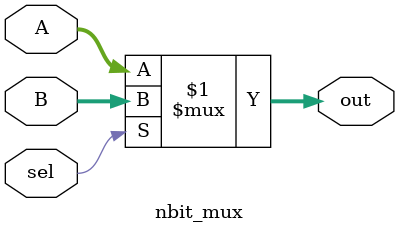
<source format=sv>
`timescale 1ns / 1ps


module nbit_mux
   #(parameter N=4)
    (
      input logic [N-1:0] A,B,
      input logic sel,
      output logic [N-1:0] out
    );
    
    assign out = (sel)? B : A;
endmodule

</source>
